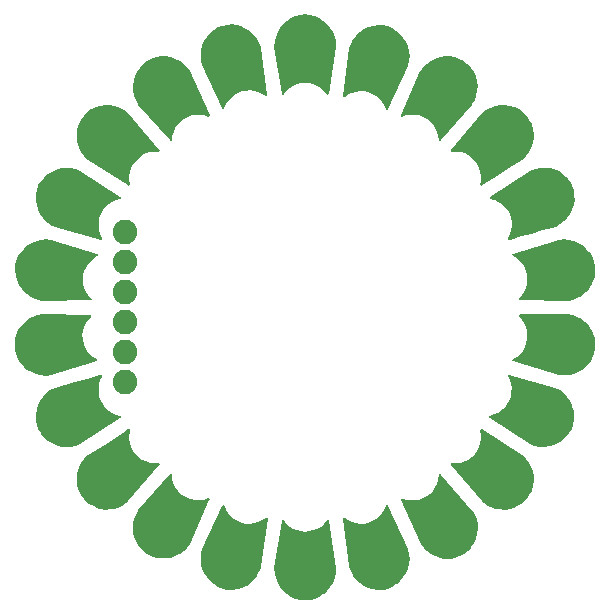
<source format=gbr>
G04 EAGLE Gerber RS-274X export*
G75*
%MOMM*%
%FSLAX34Y34*%
%LPD*%
%INSoldermask Bottom*%
%IPPOS*%
%AMOC8*
5,1,8,0,0,1.08239X$1,22.5*%
G01*
%ADD10C,4.267200*%
%ADD11C,2.082800*%

G36*
X69336Y167414D02*
X69336Y167414D01*
X69473Y167428D01*
X69475Y167429D01*
X69477Y167429D01*
X69610Y167483D01*
X69737Y167534D01*
X69739Y167535D01*
X69741Y167535D01*
X69853Y167623D01*
X69962Y167708D01*
X69963Y167710D01*
X69964Y167711D01*
X69975Y167726D01*
X70129Y167938D01*
X70139Y167967D01*
X70154Y167988D01*
X87139Y204696D01*
X87178Y204823D01*
X87207Y204896D01*
X88102Y208796D01*
X88105Y208828D01*
X88114Y208856D01*
X88115Y208912D01*
X88125Y208954D01*
X88399Y212947D01*
X88392Y213040D01*
X88397Y213106D01*
X88043Y217092D01*
X88022Y217183D01*
X88017Y217249D01*
X87043Y221131D01*
X87008Y221218D01*
X86992Y221282D01*
X85424Y224964D01*
X85375Y225044D01*
X85350Y225105D01*
X83225Y228497D01*
X83164Y228568D01*
X83130Y228624D01*
X80500Y231641D01*
X80429Y231703D01*
X80386Y231753D01*
X77317Y234321D01*
X77238Y234371D01*
X77187Y234414D01*
X73754Y236471D01*
X73668Y236507D01*
X73612Y236541D01*
X69899Y238036D01*
X69780Y238065D01*
X69708Y238092D01*
X65775Y238833D01*
X65682Y238837D01*
X65617Y238850D01*
X61616Y238967D01*
X61523Y238957D01*
X61457Y238959D01*
X57488Y238449D01*
X57398Y238424D01*
X57332Y238417D01*
X53491Y237292D01*
X53406Y237253D01*
X53342Y237235D01*
X49725Y235523D01*
X49647Y235472D01*
X49586Y235444D01*
X46281Y233187D01*
X46212Y233124D01*
X46157Y233088D01*
X43245Y230342D01*
X43187Y230269D01*
X43138Y230224D01*
X40692Y227056D01*
X40646Y226975D01*
X40605Y226923D01*
X38685Y223412D01*
X38652Y223324D01*
X38619Y223266D01*
X37272Y219498D01*
X37252Y219402D01*
X37234Y219345D01*
X37233Y219331D01*
X37222Y219293D01*
X31754Y179217D01*
X31754Y179215D01*
X31753Y179213D01*
X31754Y179074D01*
X31755Y178933D01*
X31756Y178931D01*
X31756Y178929D01*
X31796Y178794D01*
X31835Y178660D01*
X31836Y178658D01*
X31837Y178656D01*
X31914Y178536D01*
X31988Y178420D01*
X31989Y178419D01*
X31990Y178417D01*
X32098Y178323D01*
X32201Y178232D01*
X32203Y178231D01*
X32204Y178230D01*
X32332Y178170D01*
X32458Y178110D01*
X32460Y178110D01*
X32462Y178109D01*
X32598Y178088D01*
X32739Y178065D01*
X32741Y178065D01*
X32742Y178065D01*
X32884Y178082D01*
X33021Y178099D01*
X33023Y178099D01*
X33025Y178100D01*
X33042Y178107D01*
X33283Y178209D01*
X33307Y178229D01*
X33330Y178240D01*
X36331Y180276D01*
X39544Y181773D01*
X42955Y182739D01*
X46476Y183148D01*
X50018Y182991D01*
X53489Y182272D01*
X56801Y181008D01*
X59869Y179232D01*
X62615Y176990D01*
X64968Y174338D01*
X66868Y171346D01*
X68299Y168014D01*
X68300Y168012D01*
X68301Y168010D01*
X68375Y167890D01*
X68447Y167771D01*
X68449Y167769D01*
X68450Y167768D01*
X68553Y167673D01*
X68656Y167578D01*
X68658Y167577D01*
X68659Y167576D01*
X68784Y167514D01*
X68911Y167451D01*
X68913Y167451D01*
X68914Y167450D01*
X69054Y167425D01*
X69190Y167400D01*
X69192Y167400D01*
X69194Y167400D01*
X69336Y167414D01*
G37*
G36*
X4082Y-247618D02*
X4082Y-247618D01*
X4173Y-247596D01*
X4239Y-247590D01*
X8112Y-246580D01*
X8198Y-246544D01*
X8262Y-246527D01*
X11929Y-244924D01*
X12009Y-244874D01*
X12069Y-244848D01*
X15440Y-242691D01*
X15511Y-242630D01*
X15567Y-242595D01*
X18559Y-239936D01*
X18619Y-239865D01*
X18669Y-239821D01*
X21208Y-236728D01*
X21257Y-236648D01*
X21299Y-236597D01*
X23323Y-233144D01*
X23359Y-233058D01*
X23393Y-233001D01*
X24852Y-229274D01*
X24873Y-229183D01*
X24898Y-229122D01*
X25756Y-225213D01*
X25763Y-225120D01*
X25778Y-225055D01*
X26014Y-221060D01*
X26003Y-220928D01*
X26004Y-220849D01*
X20004Y-180849D01*
X20003Y-180848D01*
X20003Y-180846D01*
X19964Y-180715D01*
X19960Y-180703D01*
X19938Y-180617D01*
X19932Y-180607D01*
X19923Y-180577D01*
X19922Y-180575D01*
X19921Y-180573D01*
X19845Y-180456D01*
X19802Y-180389D01*
X19793Y-180373D01*
X19791Y-180371D01*
X19769Y-180338D01*
X19768Y-180336D01*
X19767Y-180335D01*
X19660Y-180242D01*
X19556Y-180150D01*
X19554Y-180149D01*
X19552Y-180148D01*
X19424Y-180089D01*
X19298Y-180030D01*
X19296Y-180029D01*
X19295Y-180028D01*
X19155Y-180007D01*
X19017Y-179985D01*
X19016Y-179985D01*
X19014Y-179985D01*
X18877Y-180002D01*
X18735Y-180020D01*
X18734Y-180021D01*
X18732Y-180021D01*
X18607Y-180075D01*
X18474Y-180132D01*
X18472Y-180133D01*
X18471Y-180134D01*
X18458Y-180145D01*
X18452Y-180149D01*
X18452Y-180150D01*
X18448Y-180153D01*
X18254Y-180312D01*
X18244Y-180325D01*
X18235Y-180333D01*
X18227Y-180345D01*
X18217Y-180354D01*
X15908Y-183150D01*
X13244Y-185489D01*
X10242Y-187373D01*
X6977Y-188755D01*
X3534Y-189598D01*
X0Y-189882D01*
X-3534Y-189598D01*
X-6977Y-188755D01*
X-10242Y-187373D01*
X-13244Y-185489D01*
X-15908Y-183150D01*
X-18217Y-180354D01*
X-18219Y-180352D01*
X-18220Y-180351D01*
X-18324Y-180256D01*
X-18396Y-180190D01*
X-18409Y-180178D01*
X-18427Y-180162D01*
X-18429Y-180161D01*
X-18430Y-180160D01*
X-18560Y-180096D01*
X-18682Y-180036D01*
X-18684Y-180036D01*
X-18685Y-180035D01*
X-18826Y-180010D01*
X-18962Y-179985D01*
X-18964Y-179986D01*
X-18965Y-179985D01*
X-19102Y-180000D01*
X-19244Y-180015D01*
X-19246Y-180015D01*
X-19248Y-180016D01*
X-19376Y-180068D01*
X-19508Y-180121D01*
X-19510Y-180122D01*
X-19511Y-180123D01*
X-19619Y-180208D01*
X-19732Y-180296D01*
X-19733Y-180298D01*
X-19734Y-180299D01*
X-19759Y-180333D01*
X-19763Y-180339D01*
X-19815Y-180412D01*
X-19898Y-180527D01*
X-19899Y-180529D01*
X-19900Y-180530D01*
X-19906Y-180547D01*
X-19910Y-180560D01*
X-19917Y-180570D01*
X-19940Y-180644D01*
X-19994Y-180794D01*
X-19996Y-180819D01*
X-20003Y-180841D01*
X-20003Y-180845D01*
X-20004Y-180849D01*
X-26004Y-220849D01*
X-26005Y-220982D01*
X-26013Y-221060D01*
X-25777Y-225055D01*
X-25759Y-225147D01*
X-25756Y-225213D01*
X-24898Y-229122D01*
X-24865Y-229210D01*
X-24851Y-229274D01*
X-23392Y-233001D01*
X-23347Y-233082D01*
X-23323Y-233144D01*
X-21299Y-236597D01*
X-21241Y-236670D01*
X-21208Y-236728D01*
X-18669Y-239821D01*
X-18600Y-239885D01*
X-18559Y-239936D01*
X-15567Y-242594D01*
X-15489Y-242646D01*
X-15440Y-242691D01*
X-12069Y-244848D01*
X-11984Y-244887D01*
X-11929Y-244923D01*
X-8262Y-246527D01*
X-8172Y-246552D01*
X-8112Y-246579D01*
X-4239Y-247590D01*
X-4146Y-247601D01*
X-4082Y-247618D01*
X-100Y-248010D01*
X23Y-248005D01*
X100Y-248010D01*
X4082Y-247618D01*
G37*
G36*
X-69302Y168017D02*
X-69302Y168017D01*
X-69164Y168035D01*
X-69162Y168036D01*
X-69160Y168036D01*
X-69029Y168093D01*
X-68903Y168148D01*
X-68902Y168149D01*
X-68900Y168150D01*
X-68791Y168240D01*
X-68684Y168329D01*
X-68683Y168330D01*
X-68681Y168331D01*
X-68671Y168347D01*
X-68523Y168563D01*
X-68513Y168592D01*
X-68499Y168614D01*
X-67068Y171946D01*
X-65168Y174938D01*
X-62815Y177590D01*
X-60069Y179832D01*
X-57001Y181608D01*
X-53689Y182872D01*
X-50218Y183591D01*
X-46676Y183748D01*
X-43155Y183339D01*
X-39744Y182373D01*
X-36531Y180876D01*
X-33530Y178840D01*
X-33528Y178839D01*
X-33527Y178837D01*
X-33399Y178775D01*
X-33274Y178714D01*
X-33273Y178714D01*
X-33271Y178713D01*
X-33132Y178689D01*
X-32994Y178665D01*
X-32993Y178665D01*
X-32991Y178665D01*
X-32854Y178680D01*
X-32712Y178695D01*
X-32710Y178696D01*
X-32708Y178696D01*
X-32581Y178748D01*
X-32449Y178802D01*
X-32447Y178804D01*
X-32445Y178804D01*
X-32337Y178890D01*
X-32225Y178979D01*
X-32224Y178980D01*
X-32223Y178981D01*
X-32142Y179096D01*
X-32060Y179210D01*
X-32059Y179211D01*
X-32058Y179213D01*
X-32012Y179345D01*
X-31965Y179478D01*
X-31965Y179480D01*
X-31964Y179481D01*
X-31963Y179499D01*
X-31948Y179761D01*
X-31955Y179792D01*
X-31954Y179817D01*
X-37422Y219893D01*
X-37458Y220021D01*
X-37472Y220098D01*
X-38819Y223866D01*
X-38863Y223949D01*
X-38885Y224011D01*
X-40805Y227523D01*
X-40861Y227597D01*
X-40892Y227656D01*
X-43339Y230823D01*
X-43406Y230889D01*
X-43446Y230941D01*
X-46357Y233687D01*
X-46434Y233741D01*
X-46481Y233787D01*
X-49787Y236044D01*
X-49871Y236085D01*
X-49925Y236123D01*
X-53542Y237835D01*
X-53632Y237862D01*
X-53691Y237891D01*
X-57532Y239016D01*
X-57624Y239030D01*
X-57688Y239049D01*
X-61657Y239559D01*
X-61751Y239558D01*
X-61816Y239567D01*
X-65817Y239450D01*
X-65909Y239434D01*
X-65975Y239433D01*
X-69908Y238692D01*
X-70024Y238652D01*
X-70099Y238636D01*
X-73812Y237142D01*
X-73893Y237095D01*
X-73954Y237071D01*
X-77388Y235014D01*
X-77460Y234955D01*
X-77517Y234922D01*
X-80587Y232353D01*
X-80649Y232284D01*
X-80700Y232242D01*
X-83330Y229225D01*
X-83381Y229146D01*
X-83425Y229097D01*
X-85550Y225706D01*
X-85588Y225620D01*
X-85624Y225564D01*
X-87193Y221882D01*
X-87217Y221792D01*
X-87244Y221731D01*
X-88217Y217849D01*
X-88227Y217757D01*
X-88244Y217692D01*
X-88598Y213706D01*
X-88593Y213613D01*
X-88599Y213547D01*
X-88326Y209554D01*
X-88321Y209531D01*
X-88321Y209508D01*
X-88305Y209446D01*
X-88302Y209396D01*
X-87407Y205496D01*
X-87360Y205372D01*
X-87339Y205296D01*
X-70354Y168588D01*
X-70353Y168586D01*
X-70352Y168585D01*
X-70277Y168469D01*
X-70199Y168349D01*
X-70198Y168348D01*
X-70197Y168346D01*
X-70091Y168255D01*
X-69985Y168163D01*
X-69983Y168162D01*
X-69982Y168161D01*
X-69853Y168101D01*
X-69727Y168043D01*
X-69725Y168043D01*
X-69723Y168042D01*
X-69585Y168021D01*
X-69446Y167999D01*
X-69444Y167999D01*
X-69442Y167999D01*
X-69302Y168017D01*
G37*
G36*
X-18877Y180002D02*
X-18877Y180002D01*
X-18735Y180020D01*
X-18734Y180021D01*
X-18732Y180021D01*
X-18607Y180075D01*
X-18474Y180132D01*
X-18472Y180133D01*
X-18471Y180134D01*
X-18458Y180145D01*
X-18254Y180312D01*
X-18236Y180337D01*
X-18217Y180354D01*
X-15908Y183150D01*
X-13244Y185489D01*
X-10242Y187373D01*
X-6977Y188755D01*
X-3534Y189598D01*
X0Y189882D01*
X3534Y189598D01*
X6977Y188755D01*
X10242Y187373D01*
X13244Y185489D01*
X15908Y183150D01*
X18217Y180354D01*
X18219Y180352D01*
X18220Y180351D01*
X18324Y180256D01*
X18427Y180162D01*
X18429Y180161D01*
X18430Y180160D01*
X18560Y180096D01*
X18682Y180036D01*
X18684Y180036D01*
X18685Y180035D01*
X18826Y180010D01*
X18962Y179985D01*
X18964Y179986D01*
X18965Y179985D01*
X19102Y180000D01*
X19244Y180015D01*
X19246Y180015D01*
X19248Y180016D01*
X19376Y180068D01*
X19508Y180121D01*
X19510Y180122D01*
X19511Y180123D01*
X19619Y180208D01*
X19732Y180296D01*
X19733Y180298D01*
X19734Y180299D01*
X19815Y180412D01*
X19898Y180527D01*
X19899Y180529D01*
X19900Y180530D01*
X19906Y180547D01*
X19994Y180794D01*
X19996Y180825D01*
X20004Y180849D01*
X26004Y220849D01*
X26005Y220982D01*
X26013Y221060D01*
X25777Y225055D01*
X25759Y225147D01*
X25756Y225213D01*
X24898Y229122D01*
X24865Y229210D01*
X24851Y229274D01*
X23392Y233001D01*
X23347Y233082D01*
X23323Y233144D01*
X21299Y236597D01*
X21241Y236670D01*
X21208Y236728D01*
X18669Y239821D01*
X18600Y239885D01*
X18559Y239936D01*
X15567Y242594D01*
X15489Y242646D01*
X15440Y242691D01*
X12069Y244848D01*
X11984Y244887D01*
X11929Y244923D01*
X8262Y246527D01*
X8172Y246552D01*
X8112Y246579D01*
X4239Y247590D01*
X4146Y247601D01*
X4082Y247618D01*
X100Y248010D01*
X9Y248007D01*
X-43Y248007D01*
X-100Y248010D01*
X-4082Y247618D01*
X-4173Y247596D01*
X-4239Y247590D01*
X-8112Y246580D01*
X-8198Y246544D01*
X-8262Y246527D01*
X-11929Y244924D01*
X-12009Y244874D01*
X-12069Y244848D01*
X-15440Y242691D01*
X-15511Y242630D01*
X-15567Y242595D01*
X-18559Y239936D01*
X-18619Y239865D01*
X-18669Y239821D01*
X-21208Y236728D01*
X-21257Y236648D01*
X-21299Y236597D01*
X-23323Y233144D01*
X-23359Y233058D01*
X-23393Y233001D01*
X-24852Y229274D01*
X-24873Y229183D01*
X-24898Y229122D01*
X-25756Y225213D01*
X-25763Y225120D01*
X-25778Y225055D01*
X-26014Y221060D01*
X-26003Y220928D01*
X-26004Y220849D01*
X-20004Y180849D01*
X-20003Y180848D01*
X-20003Y180846D01*
X-19964Y180715D01*
X-19923Y180577D01*
X-19922Y180575D01*
X-19921Y180573D01*
X-19845Y180456D01*
X-19769Y180338D01*
X-19768Y180336D01*
X-19767Y180335D01*
X-19660Y180242D01*
X-19556Y180150D01*
X-19554Y180149D01*
X-19552Y180148D01*
X-19424Y180089D01*
X-19298Y180030D01*
X-19296Y180029D01*
X-19295Y180028D01*
X-19155Y180007D01*
X-19017Y179985D01*
X-19016Y179985D01*
X-19014Y179985D01*
X-18877Y180002D01*
G37*
G36*
X-61523Y-238957D02*
X-61523Y-238957D01*
X-61457Y-238959D01*
X-57488Y-238449D01*
X-57398Y-238424D01*
X-57332Y-238417D01*
X-53491Y-237292D01*
X-53406Y-237253D01*
X-53342Y-237235D01*
X-49725Y-235523D01*
X-49647Y-235472D01*
X-49586Y-235444D01*
X-46281Y-233187D01*
X-46212Y-233124D01*
X-46157Y-233088D01*
X-43245Y-230342D01*
X-43187Y-230269D01*
X-43138Y-230224D01*
X-40692Y-227056D01*
X-40646Y-226975D01*
X-40605Y-226923D01*
X-38685Y-223412D01*
X-38652Y-223324D01*
X-38619Y-223266D01*
X-37272Y-219498D01*
X-37245Y-219368D01*
X-37222Y-219293D01*
X-31754Y-179217D01*
X-31754Y-179215D01*
X-31753Y-179213D01*
X-31754Y-179074D01*
X-31755Y-178933D01*
X-31756Y-178931D01*
X-31756Y-178929D01*
X-31796Y-178794D01*
X-31835Y-178660D01*
X-31836Y-178658D01*
X-31837Y-178656D01*
X-31914Y-178536D01*
X-31988Y-178420D01*
X-31989Y-178419D01*
X-31990Y-178417D01*
X-32098Y-178323D01*
X-32201Y-178232D01*
X-32203Y-178231D01*
X-32204Y-178230D01*
X-32332Y-178170D01*
X-32458Y-178110D01*
X-32460Y-178110D01*
X-32462Y-178109D01*
X-32598Y-178088D01*
X-32739Y-178065D01*
X-32741Y-178065D01*
X-32742Y-178065D01*
X-32884Y-178082D01*
X-33021Y-178099D01*
X-33023Y-178099D01*
X-33025Y-178100D01*
X-33042Y-178107D01*
X-33283Y-178209D01*
X-33307Y-178229D01*
X-33330Y-178240D01*
X-36331Y-180276D01*
X-39544Y-181773D01*
X-42955Y-182739D01*
X-46476Y-183148D01*
X-50018Y-182991D01*
X-53489Y-182272D01*
X-56801Y-181008D01*
X-59869Y-179232D01*
X-62615Y-176990D01*
X-64968Y-174338D01*
X-66868Y-171346D01*
X-68299Y-168014D01*
X-68300Y-168012D01*
X-68301Y-168010D01*
X-68375Y-167890D01*
X-68447Y-167771D01*
X-68449Y-167769D01*
X-68450Y-167768D01*
X-68553Y-167673D01*
X-68656Y-167578D01*
X-68658Y-167577D01*
X-68659Y-167576D01*
X-68784Y-167514D01*
X-68911Y-167451D01*
X-68913Y-167451D01*
X-68914Y-167450D01*
X-69054Y-167425D01*
X-69190Y-167400D01*
X-69192Y-167400D01*
X-69194Y-167400D01*
X-69336Y-167414D01*
X-69473Y-167428D01*
X-69475Y-167429D01*
X-69477Y-167429D01*
X-69610Y-167483D01*
X-69737Y-167534D01*
X-69739Y-167535D01*
X-69741Y-167535D01*
X-69853Y-167623D01*
X-69962Y-167708D01*
X-69963Y-167710D01*
X-69964Y-167711D01*
X-69975Y-167726D01*
X-70129Y-167938D01*
X-70139Y-167967D01*
X-70154Y-167988D01*
X-87139Y-204696D01*
X-87178Y-204823D01*
X-87207Y-204896D01*
X-88102Y-208796D01*
X-88110Y-208890D01*
X-88125Y-208954D01*
X-88399Y-212947D01*
X-88392Y-213040D01*
X-88397Y-213106D01*
X-88043Y-217092D01*
X-88022Y-217183D01*
X-88017Y-217249D01*
X-87043Y-221131D01*
X-87008Y-221218D01*
X-86992Y-221282D01*
X-85424Y-224964D01*
X-85375Y-225044D01*
X-85350Y-225105D01*
X-83225Y-228497D01*
X-83164Y-228568D01*
X-83130Y-228624D01*
X-80500Y-231641D01*
X-80429Y-231703D01*
X-80386Y-231753D01*
X-77317Y-234321D01*
X-77238Y-234371D01*
X-77187Y-234414D01*
X-73754Y-236471D01*
X-73668Y-236507D01*
X-73612Y-236541D01*
X-69899Y-238036D01*
X-69780Y-238065D01*
X-69708Y-238092D01*
X-65775Y-238833D01*
X-65682Y-238837D01*
X-65617Y-238850D01*
X-61616Y-238967D01*
X-61523Y-238957D01*
G37*
G36*
X65617Y-238850D02*
X65617Y-238850D01*
X65709Y-238834D01*
X65775Y-238833D01*
X69708Y-238092D01*
X69824Y-238052D01*
X69899Y-238036D01*
X73612Y-236542D01*
X73693Y-236495D01*
X73754Y-236471D01*
X77188Y-234414D01*
X77260Y-234355D01*
X77317Y-234322D01*
X80387Y-231753D01*
X80449Y-231684D01*
X80500Y-231642D01*
X83130Y-228625D01*
X83181Y-228546D01*
X83225Y-228497D01*
X85350Y-225106D01*
X85388Y-225020D01*
X85424Y-224964D01*
X86993Y-221282D01*
X87017Y-221192D01*
X87044Y-221131D01*
X88017Y-217249D01*
X88027Y-217157D01*
X88044Y-217092D01*
X88398Y-213106D01*
X88393Y-213013D01*
X88399Y-212947D01*
X88126Y-208954D01*
X88106Y-208862D01*
X88102Y-208796D01*
X87207Y-204896D01*
X87160Y-204772D01*
X87139Y-204696D01*
X70154Y-167988D01*
X70153Y-167986D01*
X70152Y-167985D01*
X70077Y-167869D01*
X69999Y-167749D01*
X69998Y-167748D01*
X69997Y-167746D01*
X69891Y-167655D01*
X69785Y-167563D01*
X69783Y-167562D01*
X69782Y-167561D01*
X69653Y-167501D01*
X69527Y-167443D01*
X69525Y-167443D01*
X69523Y-167442D01*
X69385Y-167421D01*
X69246Y-167399D01*
X69244Y-167399D01*
X69242Y-167399D01*
X69102Y-167417D01*
X68964Y-167435D01*
X68962Y-167436D01*
X68960Y-167436D01*
X68829Y-167493D01*
X68703Y-167548D01*
X68702Y-167549D01*
X68700Y-167550D01*
X68591Y-167640D01*
X68484Y-167729D01*
X68483Y-167730D01*
X68481Y-167731D01*
X68471Y-167747D01*
X68323Y-167963D01*
X68313Y-167992D01*
X68299Y-168014D01*
X66868Y-171346D01*
X64968Y-174338D01*
X62615Y-176990D01*
X59869Y-179232D01*
X56801Y-181008D01*
X53489Y-182272D01*
X50018Y-182991D01*
X46476Y-183148D01*
X42955Y-182739D01*
X39544Y-181773D01*
X36331Y-180276D01*
X33330Y-178240D01*
X33328Y-178239D01*
X33327Y-178237D01*
X33200Y-178176D01*
X33074Y-178114D01*
X33073Y-178114D01*
X33071Y-178113D01*
X32932Y-178089D01*
X32794Y-178065D01*
X32793Y-178065D01*
X32791Y-178065D01*
X32654Y-178080D01*
X32512Y-178095D01*
X32510Y-178096D01*
X32508Y-178096D01*
X32381Y-178148D01*
X32249Y-178202D01*
X32247Y-178204D01*
X32245Y-178204D01*
X32137Y-178290D01*
X32025Y-178379D01*
X32024Y-178380D01*
X32023Y-178381D01*
X31942Y-178496D01*
X31860Y-178610D01*
X31859Y-178611D01*
X31858Y-178613D01*
X31812Y-178745D01*
X31765Y-178878D01*
X31765Y-178880D01*
X31764Y-178881D01*
X31763Y-178899D01*
X31748Y-179161D01*
X31755Y-179192D01*
X31754Y-179217D01*
X37222Y-219293D01*
X37258Y-219421D01*
X37272Y-219498D01*
X38619Y-223266D01*
X38663Y-223349D01*
X38685Y-223411D01*
X40605Y-226923D01*
X40661Y-226997D01*
X40692Y-227056D01*
X43139Y-230223D01*
X43206Y-230289D01*
X43246Y-230341D01*
X46157Y-233087D01*
X46234Y-233141D01*
X46281Y-233187D01*
X49587Y-235444D01*
X49671Y-235485D01*
X49725Y-235523D01*
X53342Y-237235D01*
X53432Y-237262D01*
X53491Y-237291D01*
X57332Y-238416D01*
X57424Y-238430D01*
X57488Y-238449D01*
X61457Y-238959D01*
X61551Y-238958D01*
X61616Y-238967D01*
X65617Y-238850D01*
G37*
G36*
X-165025Y-171047D02*
X-165025Y-171047D01*
X-164933Y-171031D01*
X-164867Y-171030D01*
X-160932Y-170299D01*
X-160843Y-170270D01*
X-160778Y-170258D01*
X-157006Y-168921D01*
X-156923Y-168877D01*
X-156861Y-168856D01*
X-153344Y-166945D01*
X-153269Y-166889D01*
X-153211Y-166858D01*
X-150037Y-164421D01*
X-149944Y-164326D01*
X-149884Y-164276D01*
X-123578Y-133551D01*
X-123577Y-133549D01*
X-123576Y-133548D01*
X-123503Y-133433D01*
X-123425Y-133311D01*
X-123425Y-133309D01*
X-123424Y-133308D01*
X-123383Y-133169D01*
X-123345Y-133038D01*
X-123345Y-133037D01*
X-123344Y-133035D01*
X-123344Y-132890D01*
X-123343Y-132754D01*
X-123344Y-132752D01*
X-123344Y-132750D01*
X-123383Y-132614D01*
X-123420Y-132481D01*
X-123421Y-132479D01*
X-123422Y-132477D01*
X-123494Y-132362D01*
X-123571Y-132239D01*
X-123572Y-132238D01*
X-123573Y-132236D01*
X-123678Y-132142D01*
X-123782Y-132049D01*
X-123783Y-132048D01*
X-123785Y-132047D01*
X-123911Y-131986D01*
X-124037Y-131924D01*
X-124039Y-131924D01*
X-124041Y-131923D01*
X-124058Y-131921D01*
X-124317Y-131876D01*
X-124348Y-131879D01*
X-124373Y-131876D01*
X-127999Y-131961D01*
X-131511Y-131479D01*
X-134901Y-130443D01*
X-138083Y-128880D01*
X-140975Y-126830D01*
X-143502Y-124345D01*
X-145602Y-121488D01*
X-147219Y-118333D01*
X-148312Y-114961D01*
X-148854Y-111458D01*
X-148830Y-107913D01*
X-148566Y-106346D01*
X-148566Y-106345D01*
X-148396Y-105330D01*
X-148395Y-105330D01*
X-148228Y-104337D01*
X-148228Y-104335D01*
X-148228Y-104333D01*
X-148225Y-104197D01*
X-148221Y-104052D01*
X-148221Y-104051D01*
X-148221Y-104049D01*
X-148257Y-103915D01*
X-148292Y-103777D01*
X-148293Y-103776D01*
X-148294Y-103774D01*
X-148366Y-103654D01*
X-148437Y-103533D01*
X-148439Y-103532D01*
X-148440Y-103530D01*
X-148543Y-103434D01*
X-148645Y-103338D01*
X-148646Y-103337D01*
X-148648Y-103336D01*
X-148776Y-103271D01*
X-148898Y-103209D01*
X-148899Y-103208D01*
X-148901Y-103207D01*
X-149039Y-103181D01*
X-149177Y-103154D01*
X-149179Y-103154D01*
X-149180Y-103154D01*
X-149320Y-103167D01*
X-149460Y-103179D01*
X-149462Y-103180D01*
X-149464Y-103180D01*
X-149480Y-103187D01*
X-149725Y-103282D01*
X-149750Y-103301D01*
X-149773Y-103311D01*
X-154542Y-106334D01*
X-167356Y-114456D01*
X-183935Y-124965D01*
X-184037Y-125051D01*
X-184101Y-125096D01*
X-186966Y-127890D01*
X-187023Y-127964D01*
X-187071Y-128010D01*
X-189464Y-131218D01*
X-189509Y-131300D01*
X-189549Y-131352D01*
X-191410Y-134895D01*
X-191442Y-134983D01*
X-191473Y-135042D01*
X-192758Y-138832D01*
X-192775Y-138924D01*
X-192797Y-138986D01*
X-192887Y-139513D01*
X-193061Y-140528D01*
X-193061Y-140529D01*
X-193235Y-141544D01*
X-193409Y-142559D01*
X-193473Y-142931D01*
X-193476Y-143024D01*
X-193487Y-143090D01*
X-193538Y-147091D01*
X-193526Y-147184D01*
X-193527Y-147250D01*
X-192951Y-151211D01*
X-192925Y-151301D01*
X-192916Y-151366D01*
X-191728Y-155188D01*
X-191695Y-155257D01*
X-191683Y-155301D01*
X-191675Y-155316D01*
X-191669Y-155336D01*
X-189897Y-158924D01*
X-189844Y-159001D01*
X-189816Y-159061D01*
X-187504Y-162329D01*
X-187420Y-162418D01*
X-187374Y-162479D01*
X-184470Y-165233D01*
X-184394Y-165287D01*
X-184346Y-165333D01*
X-181047Y-167598D01*
X-180963Y-167640D01*
X-180909Y-167678D01*
X-177296Y-169399D01*
X-177207Y-169427D01*
X-177147Y-169456D01*
X-173309Y-170591D01*
X-173217Y-170605D01*
X-173153Y-170624D01*
X-169185Y-171145D01*
X-169092Y-171144D01*
X-169026Y-171153D01*
X-165025Y-171047D01*
G37*
G36*
X-172816Y57067D02*
X-172816Y57067D01*
X-172814Y57067D01*
X-172675Y57087D01*
X-172537Y57107D01*
X-172535Y57108D01*
X-172533Y57108D01*
X-172404Y57167D01*
X-172278Y57224D01*
X-172276Y57225D01*
X-172275Y57226D01*
X-172168Y57317D01*
X-172061Y57408D01*
X-172060Y57410D01*
X-172059Y57411D01*
X-171983Y57525D01*
X-171904Y57645D01*
X-171904Y57647D01*
X-171902Y57648D01*
X-171861Y57781D01*
X-171819Y57916D01*
X-171819Y57918D01*
X-171818Y57920D01*
X-171816Y58059D01*
X-171812Y58200D01*
X-171813Y58202D01*
X-171813Y58204D01*
X-171818Y58221D01*
X-171885Y58475D01*
X-171901Y58502D01*
X-171908Y58526D01*
X-173495Y61787D01*
X-174519Y65181D01*
X-174988Y68695D01*
X-174891Y72238D01*
X-174231Y75721D01*
X-173023Y79054D01*
X-171300Y82152D01*
X-169105Y84936D01*
X-166494Y87334D01*
X-163534Y89285D01*
X-160301Y90739D01*
X-156799Y91680D01*
X-156797Y91681D01*
X-156795Y91681D01*
X-156666Y91736D01*
X-156537Y91791D01*
X-156536Y91793D01*
X-156534Y91793D01*
X-156427Y91881D01*
X-156317Y91971D01*
X-156316Y91973D01*
X-156314Y91974D01*
X-156234Y92090D01*
X-156155Y92205D01*
X-156154Y92206D01*
X-156153Y92208D01*
X-156109Y92340D01*
X-156064Y92474D01*
X-156064Y92476D01*
X-156064Y92478D01*
X-156058Y92617D01*
X-156052Y92758D01*
X-156052Y92760D01*
X-156052Y92762D01*
X-156085Y92896D01*
X-156118Y93034D01*
X-156119Y93036D01*
X-156120Y93038D01*
X-156189Y93159D01*
X-156259Y93281D01*
X-156261Y93283D01*
X-156262Y93284D01*
X-156275Y93297D01*
X-156463Y93480D01*
X-156490Y93494D01*
X-156509Y93511D01*
X-190419Y115559D01*
X-190539Y115615D01*
X-190607Y115655D01*
X-194340Y117097D01*
X-194431Y117118D01*
X-194493Y117142D01*
X-198406Y117983D01*
X-198499Y117989D01*
X-198563Y118004D01*
X-202560Y118222D01*
X-202653Y118214D01*
X-202719Y118218D01*
X-206700Y117808D01*
X-206791Y117786D01*
X-206857Y117779D01*
X-210725Y116752D01*
X-210811Y116715D01*
X-210875Y116699D01*
X-214534Y115079D01*
X-214614Y115030D01*
X-214675Y115003D01*
X-218036Y112831D01*
X-218106Y112770D01*
X-218162Y112734D01*
X-221142Y110063D01*
X-221203Y109991D01*
X-221252Y109948D01*
X-223778Y106843D01*
X-223826Y106763D01*
X-223868Y106712D01*
X-225877Y103250D01*
X-225890Y103217D01*
X-225907Y103192D01*
X-225927Y103129D01*
X-225959Y103069D01*
X-227254Y99282D01*
X-227272Y99190D01*
X-227294Y99128D01*
X-227980Y95185D01*
X-227983Y95092D01*
X-227995Y95027D01*
X-228056Y91025D01*
X-228044Y90932D01*
X-228046Y90866D01*
X-227481Y86904D01*
X-227455Y86814D01*
X-227446Y86748D01*
X-226267Y82924D01*
X-226228Y82839D01*
X-226209Y82776D01*
X-224447Y79182D01*
X-224394Y79105D01*
X-224365Y79045D01*
X-222063Y75772D01*
X-222041Y75748D01*
X-222024Y75720D01*
X-221985Y75684D01*
X-221961Y75649D01*
X-219175Y72776D01*
X-219101Y72719D01*
X-219055Y72671D01*
X-215854Y70269D01*
X-215772Y70224D01*
X-215720Y70184D01*
X-212182Y68312D01*
X-212057Y68267D01*
X-211986Y68234D01*
X-173100Y57106D01*
X-173098Y57105D01*
X-173096Y57105D01*
X-172957Y57086D01*
X-172818Y57067D01*
X-172816Y57067D01*
G37*
G36*
X222450Y5729D02*
X222450Y5729D01*
X222529Y5732D01*
X226449Y6535D01*
X226537Y6566D01*
X226602Y6579D01*
X230349Y7986D01*
X230431Y8031D01*
X230493Y8053D01*
X233974Y10029D01*
X234048Y10086D01*
X234106Y10118D01*
X237234Y12614D01*
X237299Y12682D01*
X237351Y12723D01*
X240051Y15677D01*
X240103Y15754D01*
X240149Y15803D01*
X242353Y19143D01*
X242393Y19227D01*
X242430Y19282D01*
X244085Y22926D01*
X244111Y23016D01*
X244139Y23076D01*
X245204Y26934D01*
X245216Y27027D01*
X245234Y27090D01*
X245682Y31067D01*
X245679Y31161D01*
X245687Y31226D01*
X245508Y35224D01*
X245503Y35251D01*
X245503Y35269D01*
X245489Y35323D01*
X245485Y35345D01*
X245479Y35421D01*
X244523Y39308D01*
X244488Y39394D01*
X244473Y39459D01*
X242920Y43148D01*
X242872Y43228D01*
X242847Y43289D01*
X240737Y46690D01*
X240677Y46761D01*
X240642Y46818D01*
X238026Y49847D01*
X237955Y49908D01*
X237913Y49959D01*
X234855Y52540D01*
X234776Y52590D01*
X234725Y52633D01*
X231301Y54705D01*
X231215Y54742D01*
X231159Y54777D01*
X227453Y56287D01*
X227362Y56310D01*
X227301Y56336D01*
X223404Y57248D01*
X223311Y57257D01*
X223247Y57272D01*
X219255Y57564D01*
X219162Y57558D01*
X219096Y57563D01*
X215108Y57227D01*
X214979Y57197D01*
X214901Y57187D01*
X176166Y45543D01*
X176164Y45543D01*
X176162Y45542D01*
X176037Y45484D01*
X175908Y45424D01*
X175906Y45423D01*
X175905Y45422D01*
X175799Y45330D01*
X175693Y45238D01*
X175692Y45237D01*
X175690Y45235D01*
X175613Y45116D01*
X175538Y45000D01*
X175537Y44998D01*
X175536Y44996D01*
X175495Y44859D01*
X175455Y44728D01*
X175455Y44726D01*
X175454Y44724D01*
X175453Y44584D01*
X175451Y44444D01*
X175451Y44442D01*
X175451Y44440D01*
X175488Y44306D01*
X175526Y44169D01*
X175527Y44168D01*
X175527Y44166D01*
X175598Y44050D01*
X175674Y43927D01*
X175675Y43925D01*
X175676Y43924D01*
X175689Y43913D01*
X175883Y43734D01*
X175911Y43721D01*
X175930Y43704D01*
X179027Y41818D01*
X181722Y39515D01*
X184016Y36811D01*
X185848Y33777D01*
X187174Y30489D01*
X187959Y27032D01*
X188182Y23494D01*
X187839Y19966D01*
X186937Y16537D01*
X185500Y13297D01*
X183565Y10326D01*
X181127Y7642D01*
X181125Y7641D01*
X181124Y7639D01*
X181046Y7523D01*
X180967Y7407D01*
X180966Y7405D01*
X180965Y7404D01*
X180922Y7271D01*
X180878Y7137D01*
X180878Y7135D01*
X180878Y7133D01*
X180873Y6993D01*
X180868Y6853D01*
X180869Y6851D01*
X180869Y6849D01*
X180903Y6714D01*
X180938Y6577D01*
X180939Y6575D01*
X180939Y6574D01*
X181008Y6457D01*
X181080Y6331D01*
X181082Y6330D01*
X181083Y6328D01*
X181181Y6235D01*
X181286Y6135D01*
X181288Y6134D01*
X181289Y6133D01*
X181414Y6068D01*
X181538Y6003D01*
X181540Y6003D01*
X181541Y6002D01*
X181559Y5999D01*
X181816Y5946D01*
X181847Y5949D01*
X181872Y5944D01*
X222319Y5711D01*
X222450Y5729D01*
G37*
G36*
X149320Y103167D02*
X149320Y103167D01*
X149460Y103179D01*
X149462Y103180D01*
X149464Y103180D01*
X149480Y103187D01*
X149725Y103282D01*
X149750Y103301D01*
X149773Y103311D01*
X162584Y111431D01*
X175397Y119553D01*
X183935Y124965D01*
X184037Y125051D01*
X184101Y125096D01*
X186966Y127890D01*
X187023Y127964D01*
X187071Y128010D01*
X189464Y131218D01*
X189509Y131300D01*
X189549Y131352D01*
X191410Y134895D01*
X191442Y134983D01*
X191473Y135042D01*
X192758Y138832D01*
X192775Y138924D01*
X192797Y138986D01*
X192891Y139534D01*
X193065Y140549D01*
X193239Y141564D01*
X193239Y141565D01*
X193413Y142580D01*
X193473Y142931D01*
X193476Y143024D01*
X193487Y143090D01*
X193538Y147091D01*
X193526Y147184D01*
X193527Y147250D01*
X192951Y151211D01*
X192925Y151301D01*
X192916Y151366D01*
X191728Y155188D01*
X191688Y155272D01*
X191675Y155313D01*
X191673Y155322D01*
X191672Y155323D01*
X191669Y155336D01*
X189897Y158924D01*
X189844Y159001D01*
X189816Y159061D01*
X187504Y162329D01*
X187420Y162418D01*
X187374Y162479D01*
X184470Y165233D01*
X184394Y165287D01*
X184346Y165333D01*
X181047Y167598D01*
X180963Y167640D01*
X180909Y167678D01*
X177296Y169399D01*
X177207Y169427D01*
X177147Y169456D01*
X173309Y170591D01*
X173217Y170605D01*
X173153Y170624D01*
X169185Y171145D01*
X169092Y171144D01*
X169026Y171153D01*
X165025Y171047D01*
X164933Y171031D01*
X164867Y171030D01*
X160932Y170299D01*
X160843Y170270D01*
X160778Y170258D01*
X157006Y168921D01*
X156923Y168877D01*
X156861Y168856D01*
X153344Y166945D01*
X153269Y166889D01*
X153211Y166858D01*
X150037Y164421D01*
X149944Y164326D01*
X149884Y164276D01*
X123578Y133551D01*
X123577Y133549D01*
X123576Y133548D01*
X123500Y133428D01*
X123425Y133311D01*
X123425Y133309D01*
X123424Y133308D01*
X123383Y133169D01*
X123345Y133038D01*
X123345Y133037D01*
X123344Y133035D01*
X123344Y132890D01*
X123343Y132754D01*
X123344Y132752D01*
X123344Y132750D01*
X123383Y132614D01*
X123420Y132481D01*
X123421Y132479D01*
X123422Y132477D01*
X123496Y132359D01*
X123571Y132239D01*
X123572Y132238D01*
X123573Y132236D01*
X123678Y132142D01*
X123782Y132049D01*
X123783Y132048D01*
X123785Y132047D01*
X123911Y131986D01*
X124037Y131924D01*
X124039Y131924D01*
X124041Y131923D01*
X124058Y131921D01*
X124317Y131876D01*
X124348Y131879D01*
X124373Y131876D01*
X127999Y131961D01*
X131511Y131479D01*
X134901Y130443D01*
X138083Y128880D01*
X140975Y126830D01*
X143502Y124345D01*
X145602Y121488D01*
X147219Y118333D01*
X148312Y114961D01*
X148854Y111458D01*
X148830Y107913D01*
X148741Y107382D01*
X148570Y106367D01*
X148570Y106366D01*
X148399Y105351D01*
X148228Y104337D01*
X148228Y104335D01*
X148228Y104333D01*
X148225Y104197D01*
X148221Y104052D01*
X148221Y104051D01*
X148221Y104049D01*
X148257Y103915D01*
X148292Y103777D01*
X148293Y103776D01*
X148294Y103774D01*
X148366Y103654D01*
X148437Y103533D01*
X148439Y103532D01*
X148440Y103530D01*
X148543Y103434D01*
X148645Y103338D01*
X148646Y103337D01*
X148648Y103336D01*
X148776Y103271D01*
X148898Y103209D01*
X148899Y103208D01*
X148901Y103207D01*
X149039Y103181D01*
X149177Y103154D01*
X149179Y103154D01*
X149180Y103154D01*
X149320Y103167D01*
G37*
G36*
X-219562Y-57658D02*
X-219562Y-57658D01*
X-219496Y-57663D01*
X-215508Y-57327D01*
X-215379Y-57297D01*
X-215301Y-57287D01*
X-176566Y-45643D01*
X-176564Y-45643D01*
X-176562Y-45642D01*
X-176437Y-45584D01*
X-176308Y-45524D01*
X-176306Y-45523D01*
X-176305Y-45522D01*
X-176199Y-45430D01*
X-176093Y-45338D01*
X-176092Y-45337D01*
X-176090Y-45335D01*
X-176013Y-45216D01*
X-175938Y-45100D01*
X-175937Y-45098D01*
X-175936Y-45096D01*
X-175895Y-44959D01*
X-175855Y-44828D01*
X-175855Y-44826D01*
X-175854Y-44824D01*
X-175853Y-44684D01*
X-175851Y-44544D01*
X-175851Y-44542D01*
X-175851Y-44540D01*
X-175887Y-44413D01*
X-175926Y-44269D01*
X-175927Y-44268D01*
X-175927Y-44266D01*
X-175998Y-44150D01*
X-176074Y-44027D01*
X-176075Y-44025D01*
X-176076Y-44024D01*
X-176089Y-44013D01*
X-176283Y-43834D01*
X-176311Y-43821D01*
X-176330Y-43804D01*
X-179427Y-41918D01*
X-182122Y-39615D01*
X-184416Y-36911D01*
X-186248Y-33877D01*
X-187574Y-30589D01*
X-188359Y-27132D01*
X-188582Y-23594D01*
X-188239Y-20066D01*
X-187337Y-16637D01*
X-185900Y-13397D01*
X-183965Y-10426D01*
X-181527Y-7742D01*
X-181525Y-7741D01*
X-181524Y-7739D01*
X-181446Y-7623D01*
X-181367Y-7507D01*
X-181366Y-7505D01*
X-181365Y-7504D01*
X-181322Y-7371D01*
X-181278Y-7237D01*
X-181278Y-7235D01*
X-181278Y-7233D01*
X-181273Y-7093D01*
X-181268Y-6953D01*
X-181269Y-6951D01*
X-181269Y-6949D01*
X-181303Y-6814D01*
X-181338Y-6677D01*
X-181339Y-6675D01*
X-181339Y-6674D01*
X-181408Y-6557D01*
X-181480Y-6431D01*
X-181482Y-6430D01*
X-181483Y-6428D01*
X-181581Y-6335D01*
X-181686Y-6235D01*
X-181688Y-6234D01*
X-181689Y-6233D01*
X-181814Y-6168D01*
X-181938Y-6103D01*
X-181940Y-6103D01*
X-181941Y-6102D01*
X-181959Y-6099D01*
X-182216Y-6046D01*
X-182247Y-6049D01*
X-182272Y-6044D01*
X-222719Y-5811D01*
X-222850Y-5829D01*
X-222929Y-5832D01*
X-226849Y-6635D01*
X-226937Y-6666D01*
X-227002Y-6679D01*
X-230749Y-8086D01*
X-230831Y-8131D01*
X-230893Y-8153D01*
X-234374Y-10129D01*
X-234448Y-10186D01*
X-234506Y-10218D01*
X-237634Y-12714D01*
X-237699Y-12782D01*
X-237751Y-12823D01*
X-240451Y-15777D01*
X-240503Y-15854D01*
X-240549Y-15903D01*
X-242753Y-19243D01*
X-242793Y-19327D01*
X-242830Y-19382D01*
X-244485Y-23026D01*
X-244511Y-23116D01*
X-244539Y-23176D01*
X-245604Y-27034D01*
X-245616Y-27127D01*
X-245634Y-27190D01*
X-246082Y-31167D01*
X-246079Y-31261D01*
X-246087Y-31326D01*
X-245908Y-35324D01*
X-245888Y-35426D01*
X-245889Y-35447D01*
X-245883Y-35471D01*
X-245879Y-35521D01*
X-244923Y-39408D01*
X-244888Y-39494D01*
X-244873Y-39559D01*
X-243320Y-43248D01*
X-243272Y-43328D01*
X-243247Y-43389D01*
X-241137Y-46790D01*
X-241077Y-46861D01*
X-241042Y-46918D01*
X-238426Y-49947D01*
X-238355Y-50008D01*
X-238313Y-50059D01*
X-235255Y-52640D01*
X-235176Y-52690D01*
X-235125Y-52733D01*
X-231701Y-54805D01*
X-231615Y-54842D01*
X-231559Y-54877D01*
X-227853Y-56387D01*
X-227762Y-56410D01*
X-227701Y-56436D01*
X-223804Y-57348D01*
X-223711Y-57357D01*
X-223647Y-57372D01*
X-219655Y-57664D01*
X-219562Y-57658D01*
G37*
G36*
X169119Y-171142D02*
X169119Y-171142D01*
X169185Y-171145D01*
X173153Y-170624D01*
X173243Y-170599D01*
X173309Y-170591D01*
X177147Y-169456D01*
X177232Y-169417D01*
X177296Y-169399D01*
X180909Y-167678D01*
X180986Y-167626D01*
X181047Y-167598D01*
X184346Y-165333D01*
X184415Y-165269D01*
X184470Y-165232D01*
X187374Y-162479D01*
X187451Y-162383D01*
X187504Y-162329D01*
X189816Y-159061D01*
X189858Y-158978D01*
X189897Y-158924D01*
X191669Y-155336D01*
X191698Y-155247D01*
X191728Y-155188D01*
X192916Y-151366D01*
X192931Y-151274D01*
X192952Y-151211D01*
X193528Y-147250D01*
X193528Y-147157D01*
X193538Y-147091D01*
X193488Y-143090D01*
X193473Y-142997D01*
X193473Y-142931D01*
X192797Y-138986D01*
X192769Y-138897D01*
X192758Y-138832D01*
X191474Y-135041D01*
X191431Y-134958D01*
X191411Y-134895D01*
X189549Y-131352D01*
X189494Y-131276D01*
X189464Y-131218D01*
X187071Y-128010D01*
X187005Y-127943D01*
X186966Y-127890D01*
X184101Y-125096D01*
X183994Y-125017D01*
X183935Y-124965D01*
X149773Y-103311D01*
X149771Y-103310D01*
X149770Y-103309D01*
X149645Y-103253D01*
X149514Y-103194D01*
X149512Y-103193D01*
X149510Y-103192D01*
X149373Y-103173D01*
X149232Y-103153D01*
X149231Y-103153D01*
X149229Y-103153D01*
X149091Y-103172D01*
X148951Y-103192D01*
X148949Y-103193D01*
X148947Y-103193D01*
X148819Y-103251D01*
X148691Y-103307D01*
X148690Y-103309D01*
X148688Y-103309D01*
X148578Y-103402D01*
X148474Y-103490D01*
X148472Y-103492D01*
X148471Y-103493D01*
X148391Y-103613D01*
X148315Y-103726D01*
X148315Y-103728D01*
X148314Y-103730D01*
X148270Y-103868D01*
X148229Y-103997D01*
X148229Y-103999D01*
X148228Y-104001D01*
X148228Y-104020D01*
X148220Y-104281D01*
X148228Y-104311D01*
X148228Y-104337D01*
X148830Y-107913D01*
X148854Y-111458D01*
X148312Y-114961D01*
X147219Y-118333D01*
X145602Y-121488D01*
X143502Y-124345D01*
X140975Y-126830D01*
X138083Y-128880D01*
X134901Y-130443D01*
X131511Y-131479D01*
X127999Y-131961D01*
X124373Y-131876D01*
X124371Y-131876D01*
X124369Y-131875D01*
X124231Y-131892D01*
X124091Y-131909D01*
X124089Y-131909D01*
X124087Y-131910D01*
X123959Y-131964D01*
X123829Y-132019D01*
X123827Y-132020D01*
X123826Y-132021D01*
X123714Y-132111D01*
X123608Y-132197D01*
X123606Y-132199D01*
X123605Y-132200D01*
X123523Y-132317D01*
X123444Y-132430D01*
X123444Y-132432D01*
X123443Y-132434D01*
X123398Y-132566D01*
X123352Y-132699D01*
X123352Y-132701D01*
X123351Y-132703D01*
X123345Y-132845D01*
X123338Y-132983D01*
X123339Y-132985D01*
X123339Y-132987D01*
X123371Y-133124D01*
X123403Y-133260D01*
X123404Y-133261D01*
X123405Y-133263D01*
X123414Y-133278D01*
X123543Y-133507D01*
X123565Y-133529D01*
X123578Y-133551D01*
X149884Y-164276D01*
X149983Y-164363D01*
X150037Y-164421D01*
X153211Y-166858D01*
X153277Y-166895D01*
X153290Y-166907D01*
X153310Y-166917D01*
X153344Y-166945D01*
X156861Y-168856D01*
X156948Y-168888D01*
X157006Y-168920D01*
X160778Y-170258D01*
X160870Y-170276D01*
X160932Y-170299D01*
X164867Y-171030D01*
X164960Y-171034D01*
X165025Y-171047D01*
X169026Y-171153D01*
X169119Y-171142D01*
G37*
G36*
X-149091Y103172D02*
X-149091Y103172D01*
X-148951Y103192D01*
X-148949Y103193D01*
X-148947Y103193D01*
X-148819Y103251D01*
X-148691Y103307D01*
X-148690Y103309D01*
X-148688Y103309D01*
X-148578Y103402D01*
X-148474Y103490D01*
X-148472Y103492D01*
X-148471Y103493D01*
X-148391Y103613D01*
X-148315Y103726D01*
X-148315Y103728D01*
X-148314Y103730D01*
X-148270Y103868D01*
X-148229Y103997D01*
X-148229Y103999D01*
X-148228Y104001D01*
X-148228Y104020D01*
X-148220Y104281D01*
X-148228Y104311D01*
X-148228Y104337D01*
X-148830Y107913D01*
X-148854Y111458D01*
X-148312Y114961D01*
X-147219Y118333D01*
X-145602Y121488D01*
X-143502Y124345D01*
X-140975Y126830D01*
X-138083Y128880D01*
X-134901Y130443D01*
X-131511Y131479D01*
X-127999Y131961D01*
X-124373Y131876D01*
X-124371Y131876D01*
X-124369Y131875D01*
X-124231Y131892D01*
X-124091Y131909D01*
X-124089Y131909D01*
X-124087Y131910D01*
X-123961Y131963D01*
X-123829Y132019D01*
X-123827Y132020D01*
X-123826Y132021D01*
X-123714Y132111D01*
X-123608Y132197D01*
X-123606Y132199D01*
X-123605Y132200D01*
X-123523Y132317D01*
X-123444Y132430D01*
X-123444Y132432D01*
X-123443Y132434D01*
X-123399Y132563D01*
X-123352Y132699D01*
X-123352Y132701D01*
X-123351Y132703D01*
X-123345Y132845D01*
X-123338Y132983D01*
X-123339Y132985D01*
X-123339Y132987D01*
X-123371Y133122D01*
X-123403Y133260D01*
X-123404Y133261D01*
X-123405Y133263D01*
X-123414Y133278D01*
X-123543Y133507D01*
X-123565Y133529D01*
X-123578Y133551D01*
X-149884Y164276D01*
X-149983Y164363D01*
X-150037Y164421D01*
X-153211Y166858D01*
X-153292Y166904D01*
X-153344Y166945D01*
X-156861Y168856D01*
X-156948Y168888D01*
X-157006Y168920D01*
X-160778Y170258D01*
X-160870Y170276D01*
X-160932Y170299D01*
X-164867Y171030D01*
X-164960Y171034D01*
X-165025Y171047D01*
X-169026Y171153D01*
X-169119Y171142D01*
X-169185Y171145D01*
X-173153Y170624D01*
X-173243Y170599D01*
X-173309Y170591D01*
X-177147Y169456D01*
X-177232Y169417D01*
X-177296Y169399D01*
X-180909Y167678D01*
X-180986Y167626D01*
X-181047Y167598D01*
X-184346Y165333D01*
X-184415Y165269D01*
X-184470Y165232D01*
X-187374Y162479D01*
X-187451Y162383D01*
X-187504Y162329D01*
X-189816Y159061D01*
X-189858Y158978D01*
X-189897Y158924D01*
X-191669Y155336D01*
X-191698Y155247D01*
X-191728Y155188D01*
X-192916Y151366D01*
X-192931Y151274D01*
X-192952Y151211D01*
X-193528Y147250D01*
X-193528Y147157D01*
X-193538Y147091D01*
X-193488Y143090D01*
X-193473Y142997D01*
X-193473Y142931D01*
X-192797Y138986D01*
X-192769Y138897D01*
X-192758Y138832D01*
X-191474Y135041D01*
X-191431Y134958D01*
X-191411Y134895D01*
X-189549Y131352D01*
X-189494Y131276D01*
X-189464Y131218D01*
X-187071Y128010D01*
X-187005Y127943D01*
X-186966Y127890D01*
X-184101Y125096D01*
X-183994Y125017D01*
X-183935Y124965D01*
X-149773Y103311D01*
X-149771Y103310D01*
X-149770Y103309D01*
X-149645Y103253D01*
X-149514Y103194D01*
X-149512Y103193D01*
X-149510Y103192D01*
X-149373Y103173D01*
X-149232Y103153D01*
X-149231Y103153D01*
X-149229Y103153D01*
X-149091Y103172D01*
G37*
G36*
X-118194Y-212548D02*
X-118194Y-212548D01*
X-118127Y-212548D01*
X-114174Y-211927D01*
X-114084Y-211900D01*
X-114019Y-211890D01*
X-110211Y-210659D01*
X-110127Y-210618D01*
X-110064Y-210598D01*
X-106495Y-208786D01*
X-106418Y-208732D01*
X-106359Y-208703D01*
X-103118Y-206355D01*
X-103051Y-206290D01*
X-102997Y-206252D01*
X-100163Y-203425D01*
X-100107Y-203351D01*
X-100060Y-203304D01*
X-97703Y-200070D01*
X-97640Y-199953D01*
X-97597Y-199888D01*
X-81036Y-162986D01*
X-81036Y-162984D01*
X-81035Y-162982D01*
X-80996Y-162847D01*
X-80957Y-162713D01*
X-80957Y-162711D01*
X-80957Y-162709D01*
X-80957Y-162567D01*
X-80957Y-162428D01*
X-80958Y-162427D01*
X-80958Y-162425D01*
X-80998Y-162287D01*
X-81036Y-162155D01*
X-81037Y-162154D01*
X-81038Y-162152D01*
X-81113Y-162033D01*
X-81187Y-161915D01*
X-81189Y-161913D01*
X-81190Y-161912D01*
X-81295Y-161818D01*
X-81400Y-161725D01*
X-81401Y-161725D01*
X-81403Y-161723D01*
X-81531Y-161662D01*
X-81656Y-161602D01*
X-81658Y-161602D01*
X-81660Y-161601D01*
X-81798Y-161578D01*
X-81936Y-161555D01*
X-81938Y-161555D01*
X-81940Y-161555D01*
X-81958Y-161558D01*
X-82219Y-161588D01*
X-82247Y-161600D01*
X-82272Y-161603D01*
X-85726Y-162709D01*
X-89231Y-163238D01*
X-92776Y-163202D01*
X-96270Y-162601D01*
X-99623Y-161450D01*
X-102750Y-159780D01*
X-105570Y-157632D01*
X-108012Y-155062D01*
X-110013Y-152136D01*
X-111522Y-148928D01*
X-112500Y-145521D01*
X-112932Y-141920D01*
X-112933Y-141918D01*
X-112932Y-141916D01*
X-112969Y-141781D01*
X-113005Y-141645D01*
X-113006Y-141644D01*
X-113007Y-141642D01*
X-113079Y-141522D01*
X-113151Y-141402D01*
X-113153Y-141400D01*
X-113154Y-141399D01*
X-113257Y-141303D01*
X-113360Y-141208D01*
X-113361Y-141207D01*
X-113363Y-141206D01*
X-113486Y-141144D01*
X-113613Y-141080D01*
X-113615Y-141079D01*
X-113617Y-141079D01*
X-113752Y-141054D01*
X-113893Y-141027D01*
X-113895Y-141027D01*
X-113897Y-141027D01*
X-114037Y-141040D01*
X-114176Y-141054D01*
X-114177Y-141054D01*
X-114179Y-141054D01*
X-114311Y-141107D01*
X-114440Y-141158D01*
X-114442Y-141159D01*
X-114444Y-141159D01*
X-114458Y-141171D01*
X-114666Y-141331D01*
X-114684Y-141356D01*
X-114704Y-141372D01*
X-141362Y-171791D01*
X-141435Y-171902D01*
X-141484Y-171963D01*
X-143444Y-175452D01*
X-143478Y-175540D01*
X-143494Y-175569D01*
X-143497Y-175573D01*
X-143497Y-175574D01*
X-143511Y-175597D01*
X-144900Y-179350D01*
X-144920Y-179441D01*
X-144944Y-179503D01*
X-145729Y-183427D01*
X-145735Y-183521D01*
X-145748Y-183586D01*
X-145910Y-187584D01*
X-145901Y-187677D01*
X-145904Y-187744D01*
X-145439Y-191719D01*
X-145415Y-191809D01*
X-145408Y-191875D01*
X-144327Y-195728D01*
X-144289Y-195814D01*
X-144272Y-195878D01*
X-142601Y-199514D01*
X-142551Y-199593D01*
X-142523Y-199653D01*
X-140304Y-202984D01*
X-140277Y-203015D01*
X-140260Y-203044D01*
X-140231Y-203071D01*
X-140206Y-203109D01*
X-137493Y-206052D01*
X-137421Y-206111D01*
X-137376Y-206160D01*
X-134237Y-208642D01*
X-134131Y-208704D01*
X-134069Y-208749D01*
X-130506Y-210571D01*
X-130417Y-210601D01*
X-130359Y-210632D01*
X-126554Y-211874D01*
X-126462Y-211890D01*
X-126399Y-211911D01*
X-122447Y-212542D01*
X-122354Y-212544D01*
X-122288Y-212555D01*
X-118286Y-212560D01*
X-118194Y-212548D01*
G37*
G36*
X172784Y57170D02*
X172784Y57170D01*
X173046Y57192D01*
X173075Y57203D01*
X173100Y57206D01*
X176650Y58222D01*
X180198Y59237D01*
X183745Y60252D01*
X183746Y60252D01*
X187293Y61267D01*
X190841Y62283D01*
X194389Y63298D01*
X197937Y64313D01*
X201484Y65328D01*
X205032Y66344D01*
X208580Y67359D01*
X211986Y68334D01*
X212108Y68388D01*
X212182Y68412D01*
X215719Y70284D01*
X215795Y70339D01*
X215854Y70369D01*
X219055Y72771D01*
X219122Y72837D01*
X219175Y72876D01*
X221961Y75749D01*
X221974Y75767D01*
X221990Y75781D01*
X222027Y75836D01*
X222063Y75872D01*
X224365Y79145D01*
X224408Y79229D01*
X224446Y79282D01*
X226208Y82876D01*
X226237Y82965D01*
X226267Y83024D01*
X227445Y86849D01*
X227460Y86941D01*
X227480Y87004D01*
X228046Y90966D01*
X228046Y91059D01*
X228056Y91125D01*
X227995Y95127D01*
X227980Y95219D01*
X227980Y95285D01*
X227294Y99228D01*
X227265Y99317D01*
X227254Y99382D01*
X225959Y103169D01*
X225936Y103215D01*
X225929Y103244D01*
X225897Y103298D01*
X225877Y103350D01*
X223868Y106812D01*
X223811Y106885D01*
X223778Y106943D01*
X221252Y110048D01*
X221184Y110111D01*
X221142Y110163D01*
X218162Y112835D01*
X218085Y112887D01*
X218036Y112931D01*
X214675Y115104D01*
X214590Y115143D01*
X214535Y115179D01*
X210875Y116799D01*
X210785Y116825D01*
X210725Y116852D01*
X206857Y117880D01*
X206764Y117891D01*
X206700Y117908D01*
X202719Y118318D01*
X202625Y118315D01*
X202560Y118322D01*
X198563Y118104D01*
X198472Y118086D01*
X198406Y118083D01*
X194493Y117243D01*
X194405Y117210D01*
X194340Y117197D01*
X190607Y115755D01*
X190491Y115690D01*
X190419Y115659D01*
X156509Y93611D01*
X156507Y93610D01*
X156506Y93609D01*
X156398Y93515D01*
X156295Y93425D01*
X156294Y93423D01*
X156292Y93422D01*
X156216Y93303D01*
X156140Y93186D01*
X156140Y93184D01*
X156139Y93182D01*
X156100Y93050D01*
X156059Y92913D01*
X156059Y92912D01*
X156058Y92910D01*
X156057Y92770D01*
X156055Y92629D01*
X156056Y92627D01*
X156056Y92625D01*
X156094Y92488D01*
X156131Y92355D01*
X156132Y92354D01*
X156133Y92352D01*
X156208Y92230D01*
X156280Y92113D01*
X156282Y92112D01*
X156283Y92110D01*
X156386Y92017D01*
X156490Y91922D01*
X156492Y91921D01*
X156493Y91919D01*
X156510Y91912D01*
X156745Y91796D01*
X156776Y91790D01*
X156799Y91780D01*
X160301Y90839D01*
X163534Y89385D01*
X166494Y87434D01*
X169105Y85036D01*
X171300Y82252D01*
X173023Y79154D01*
X174231Y75821D01*
X174891Y72338D01*
X174988Y68795D01*
X174519Y65281D01*
X173495Y61887D01*
X171908Y58626D01*
X171907Y58624D01*
X171906Y58623D01*
X171864Y58491D01*
X171820Y58356D01*
X171820Y58354D01*
X171820Y58352D01*
X171816Y58213D01*
X171811Y58071D01*
X171812Y58070D01*
X171812Y58068D01*
X171846Y57934D01*
X171881Y57796D01*
X171882Y57794D01*
X171883Y57792D01*
X171956Y57670D01*
X172025Y57551D01*
X172027Y57549D01*
X172028Y57548D01*
X172131Y57451D01*
X172231Y57355D01*
X172233Y57354D01*
X172235Y57353D01*
X172357Y57290D01*
X172484Y57224D01*
X172486Y57224D01*
X172487Y57223D01*
X172623Y57196D01*
X172762Y57168D01*
X172764Y57168D01*
X172766Y57168D01*
X172784Y57170D01*
G37*
G36*
X202353Y-118114D02*
X202353Y-118114D01*
X202419Y-118118D01*
X206400Y-117708D01*
X206491Y-117686D01*
X206557Y-117679D01*
X210425Y-116652D01*
X210511Y-116615D01*
X210575Y-116599D01*
X214234Y-114979D01*
X214298Y-114940D01*
X214338Y-114921D01*
X214344Y-114917D01*
X214375Y-114903D01*
X217736Y-112731D01*
X217806Y-112670D01*
X217862Y-112634D01*
X220842Y-109963D01*
X220903Y-109891D01*
X220952Y-109848D01*
X223478Y-106743D01*
X223526Y-106663D01*
X223568Y-106612D01*
X225577Y-103150D01*
X225623Y-103037D01*
X225659Y-102969D01*
X226954Y-99182D01*
X226972Y-99090D01*
X226994Y-99028D01*
X227680Y-95085D01*
X227683Y-94992D01*
X227695Y-94927D01*
X227756Y-90925D01*
X227744Y-90832D01*
X227746Y-90766D01*
X227181Y-86804D01*
X227155Y-86714D01*
X227146Y-86648D01*
X225967Y-82824D01*
X225928Y-82739D01*
X225909Y-82676D01*
X224147Y-79082D01*
X224094Y-79005D01*
X224065Y-78945D01*
X221763Y-75672D01*
X221699Y-75604D01*
X221661Y-75549D01*
X218875Y-72676D01*
X218801Y-72619D01*
X218755Y-72571D01*
X215554Y-70169D01*
X215472Y-70124D01*
X215420Y-70084D01*
X211882Y-68212D01*
X211757Y-68167D01*
X211686Y-68134D01*
X172800Y-57006D01*
X172798Y-57005D01*
X172796Y-57005D01*
X172657Y-56986D01*
X172518Y-56967D01*
X172516Y-56967D01*
X172514Y-56967D01*
X172375Y-56987D01*
X172237Y-57007D01*
X172235Y-57008D01*
X172233Y-57008D01*
X172104Y-57067D01*
X171978Y-57124D01*
X171976Y-57125D01*
X171975Y-57126D01*
X171868Y-57217D01*
X171761Y-57308D01*
X171760Y-57310D01*
X171759Y-57311D01*
X171683Y-57425D01*
X171604Y-57545D01*
X171604Y-57547D01*
X171602Y-57548D01*
X171561Y-57681D01*
X171519Y-57816D01*
X171519Y-57818D01*
X171518Y-57820D01*
X171516Y-57959D01*
X171512Y-58100D01*
X171513Y-58102D01*
X171513Y-58104D01*
X171518Y-58121D01*
X171585Y-58375D01*
X171601Y-58402D01*
X171608Y-58426D01*
X173195Y-61687D01*
X174219Y-65081D01*
X174688Y-68595D01*
X174591Y-72138D01*
X173931Y-75621D01*
X172723Y-78954D01*
X171000Y-82052D01*
X168805Y-84836D01*
X166194Y-87234D01*
X163234Y-89185D01*
X160001Y-90639D01*
X156499Y-91580D01*
X156497Y-91581D01*
X156495Y-91581D01*
X156366Y-91636D01*
X156237Y-91691D01*
X156236Y-91693D01*
X156234Y-91693D01*
X156126Y-91782D01*
X156017Y-91871D01*
X156016Y-91873D01*
X156014Y-91874D01*
X155934Y-91990D01*
X155855Y-92105D01*
X155854Y-92106D01*
X155853Y-92108D01*
X155809Y-92240D01*
X155764Y-92374D01*
X155764Y-92376D01*
X155764Y-92378D01*
X155758Y-92517D01*
X155752Y-92658D01*
X155752Y-92660D01*
X155752Y-92662D01*
X155785Y-92798D01*
X155818Y-92934D01*
X155819Y-92936D01*
X155820Y-92938D01*
X155889Y-93059D01*
X155959Y-93181D01*
X155961Y-93183D01*
X155962Y-93184D01*
X155975Y-93197D01*
X156163Y-93380D01*
X156190Y-93394D01*
X156209Y-93411D01*
X190119Y-115459D01*
X190239Y-115515D01*
X190307Y-115555D01*
X194040Y-116997D01*
X194131Y-117018D01*
X194193Y-117042D01*
X198106Y-117883D01*
X198199Y-117889D01*
X198263Y-117904D01*
X202260Y-118122D01*
X202353Y-118114D01*
G37*
G36*
X-113707Y141045D02*
X-113707Y141045D01*
X-113567Y141063D01*
X-113565Y141064D01*
X-113563Y141064D01*
X-113437Y141120D01*
X-113306Y141177D01*
X-113305Y141179D01*
X-113303Y141179D01*
X-113197Y141268D01*
X-113088Y141359D01*
X-113087Y141361D01*
X-113085Y141362D01*
X-113008Y141477D01*
X-112928Y141595D01*
X-112928Y141596D01*
X-112927Y141598D01*
X-112921Y141615D01*
X-112840Y141865D01*
X-112839Y141896D01*
X-112832Y141920D01*
X-112400Y145521D01*
X-111422Y148928D01*
X-109913Y152136D01*
X-107912Y155062D01*
X-105470Y157632D01*
X-102650Y159780D01*
X-99523Y161450D01*
X-96170Y162601D01*
X-92676Y163202D01*
X-89131Y163238D01*
X-85626Y162709D01*
X-82172Y161603D01*
X-82170Y161603D01*
X-82169Y161602D01*
X-82028Y161579D01*
X-81892Y161555D01*
X-81890Y161556D01*
X-81888Y161555D01*
X-81747Y161572D01*
X-81610Y161587D01*
X-81608Y161588D01*
X-81606Y161588D01*
X-81478Y161642D01*
X-81347Y161696D01*
X-81345Y161697D01*
X-81344Y161698D01*
X-81236Y161784D01*
X-81125Y161873D01*
X-81123Y161875D01*
X-81122Y161876D01*
X-81042Y161989D01*
X-80960Y162105D01*
X-80960Y162107D01*
X-80959Y162108D01*
X-80913Y162240D01*
X-80867Y162373D01*
X-80867Y162375D01*
X-80866Y162377D01*
X-80859Y162514D01*
X-80851Y162657D01*
X-80852Y162659D01*
X-80851Y162661D01*
X-80856Y162679D01*
X-80915Y162934D01*
X-80930Y162961D01*
X-80936Y162986D01*
X-97497Y199888D01*
X-97568Y200000D01*
X-97603Y200070D01*
X-99960Y203304D01*
X-100025Y203371D01*
X-100063Y203425D01*
X-102897Y206251D01*
X-102972Y206307D01*
X-103018Y206355D01*
X-106259Y208703D01*
X-106342Y208746D01*
X-106395Y208786D01*
X-109964Y210598D01*
X-110052Y210628D01*
X-110111Y210658D01*
X-113919Y211890D01*
X-114011Y211906D01*
X-114074Y211927D01*
X-118027Y212548D01*
X-118121Y212549D01*
X-118186Y212560D01*
X-122188Y212555D01*
X-122281Y212542D01*
X-122347Y212542D01*
X-126299Y211911D01*
X-126388Y211883D01*
X-126454Y211874D01*
X-130259Y210632D01*
X-130343Y210591D01*
X-130406Y210571D01*
X-133969Y208749D01*
X-134070Y208679D01*
X-134137Y208642D01*
X-137276Y206160D01*
X-137341Y206092D01*
X-137393Y206052D01*
X-140106Y203109D01*
X-140159Y203032D01*
X-140205Y202984D01*
X-142424Y199653D01*
X-142464Y199569D01*
X-142501Y199514D01*
X-144172Y195878D01*
X-144199Y195788D01*
X-144227Y195728D01*
X-145309Y191875D01*
X-145321Y191782D01*
X-145339Y191719D01*
X-145805Y187744D01*
X-145803Y187650D01*
X-145811Y187584D01*
X-145649Y183586D01*
X-145644Y183561D01*
X-145644Y183550D01*
X-145637Y183521D01*
X-145632Y183494D01*
X-145630Y183427D01*
X-144844Y179503D01*
X-144813Y179415D01*
X-144801Y179350D01*
X-143411Y175597D01*
X-143366Y175515D01*
X-143344Y175452D01*
X-141384Y171963D01*
X-141327Y171889D01*
X-141312Y171863D01*
X-141300Y171851D01*
X-141262Y171791D01*
X-114604Y141372D01*
X-114602Y141371D01*
X-114601Y141369D01*
X-114491Y141275D01*
X-114388Y141186D01*
X-114386Y141186D01*
X-114385Y141184D01*
X-114253Y141125D01*
X-114130Y141068D01*
X-114128Y141068D01*
X-114126Y141067D01*
X-113986Y141046D01*
X-113849Y141026D01*
X-113847Y141026D01*
X-113845Y141026D01*
X-113707Y141045D01*
G37*
G36*
X122488Y-212755D02*
X122488Y-212755D01*
X122581Y-212742D01*
X122647Y-212742D01*
X126599Y-212111D01*
X126688Y-212083D01*
X126754Y-212074D01*
X130559Y-210832D01*
X130643Y-210791D01*
X130706Y-210771D01*
X134269Y-208949D01*
X134370Y-208879D01*
X134437Y-208842D01*
X137576Y-206360D01*
X137641Y-206292D01*
X137693Y-206252D01*
X140406Y-203309D01*
X140421Y-203288D01*
X140427Y-203283D01*
X140463Y-203228D01*
X140505Y-203184D01*
X142724Y-199853D01*
X142764Y-199769D01*
X142801Y-199714D01*
X144472Y-196078D01*
X144499Y-195988D01*
X144527Y-195928D01*
X145609Y-192075D01*
X145621Y-191982D01*
X145639Y-191919D01*
X146105Y-187944D01*
X146103Y-187850D01*
X146111Y-187784D01*
X145949Y-183786D01*
X145932Y-183694D01*
X145930Y-183627D01*
X145144Y-179703D01*
X145113Y-179615D01*
X145101Y-179550D01*
X143711Y-175797D01*
X143666Y-175715D01*
X143644Y-175652D01*
X141684Y-172163D01*
X141603Y-172057D01*
X141562Y-171991D01*
X114904Y-141572D01*
X114902Y-141571D01*
X114901Y-141569D01*
X114791Y-141475D01*
X114688Y-141386D01*
X114686Y-141386D01*
X114685Y-141384D01*
X114553Y-141325D01*
X114430Y-141268D01*
X114428Y-141268D01*
X114426Y-141267D01*
X114286Y-141246D01*
X114149Y-141226D01*
X114147Y-141226D01*
X114145Y-141226D01*
X114007Y-141245D01*
X113867Y-141263D01*
X113865Y-141264D01*
X113863Y-141264D01*
X113737Y-141320D01*
X113606Y-141377D01*
X113605Y-141379D01*
X113603Y-141379D01*
X113497Y-141468D01*
X113388Y-141559D01*
X113387Y-141561D01*
X113385Y-141562D01*
X113308Y-141677D01*
X113228Y-141795D01*
X113228Y-141796D01*
X113227Y-141798D01*
X113221Y-141815D01*
X113140Y-142065D01*
X113139Y-142096D01*
X113132Y-142120D01*
X112700Y-145721D01*
X111722Y-149128D01*
X111605Y-149376D01*
X110213Y-152336D01*
X108212Y-155262D01*
X105770Y-157832D01*
X102950Y-159980D01*
X99823Y-161650D01*
X96470Y-162801D01*
X92976Y-163402D01*
X89431Y-163438D01*
X85926Y-162909D01*
X82472Y-161803D01*
X82470Y-161803D01*
X82469Y-161802D01*
X82328Y-161779D01*
X82192Y-161755D01*
X82190Y-161756D01*
X82188Y-161755D01*
X82047Y-161772D01*
X81910Y-161787D01*
X81908Y-161788D01*
X81906Y-161788D01*
X81778Y-161842D01*
X81647Y-161896D01*
X81645Y-161897D01*
X81644Y-161898D01*
X81536Y-161984D01*
X81425Y-162073D01*
X81423Y-162075D01*
X81422Y-162076D01*
X81342Y-162189D01*
X81260Y-162305D01*
X81260Y-162307D01*
X81259Y-162308D01*
X81213Y-162440D01*
X81167Y-162573D01*
X81167Y-162575D01*
X81166Y-162577D01*
X81159Y-162718D01*
X81151Y-162857D01*
X81152Y-162859D01*
X81151Y-162861D01*
X81156Y-162879D01*
X81215Y-163134D01*
X81230Y-163161D01*
X81236Y-163186D01*
X97797Y-200088D01*
X97868Y-200200D01*
X97903Y-200270D01*
X100260Y-203504D01*
X100325Y-203571D01*
X100363Y-203625D01*
X103197Y-206451D01*
X103272Y-206507D01*
X103318Y-206555D01*
X106559Y-208903D01*
X106642Y-208946D01*
X106695Y-208986D01*
X110264Y-210798D01*
X110352Y-210828D01*
X110411Y-210858D01*
X114219Y-212090D01*
X114311Y-212106D01*
X114374Y-212127D01*
X118327Y-212748D01*
X118421Y-212749D01*
X118486Y-212760D01*
X122488Y-212755D01*
G37*
G36*
X114037Y141040D02*
X114037Y141040D01*
X114176Y141054D01*
X114177Y141054D01*
X114179Y141054D01*
X114311Y141107D01*
X114440Y141158D01*
X114442Y141159D01*
X114444Y141159D01*
X114458Y141171D01*
X114666Y141331D01*
X114684Y141356D01*
X114704Y141372D01*
X141362Y171791D01*
X141435Y171902D01*
X141484Y171963D01*
X143444Y175452D01*
X143478Y175540D01*
X143511Y175597D01*
X144900Y179350D01*
X144920Y179441D01*
X144944Y179503D01*
X145729Y183427D01*
X145733Y183486D01*
X145737Y183498D01*
X145738Y183535D01*
X145748Y183586D01*
X145910Y187584D01*
X145901Y187677D01*
X145904Y187744D01*
X145439Y191719D01*
X145415Y191809D01*
X145408Y191875D01*
X144327Y195728D01*
X144289Y195814D01*
X144272Y195878D01*
X142601Y199514D01*
X142551Y199593D01*
X142523Y199653D01*
X140304Y202984D01*
X140242Y203054D01*
X140206Y203109D01*
X137493Y206052D01*
X137421Y206111D01*
X137376Y206160D01*
X134237Y208642D01*
X134131Y208704D01*
X134069Y208749D01*
X130506Y210571D01*
X130417Y210601D01*
X130359Y210632D01*
X126554Y211874D01*
X126462Y211890D01*
X126399Y211911D01*
X122447Y212542D01*
X122354Y212544D01*
X122288Y212555D01*
X118286Y212560D01*
X118194Y212548D01*
X118127Y212548D01*
X114174Y211927D01*
X114084Y211900D01*
X114019Y211890D01*
X110211Y210659D01*
X110127Y210618D01*
X110064Y210598D01*
X106495Y208786D01*
X106418Y208732D01*
X106359Y208703D01*
X103118Y206355D01*
X103051Y206290D01*
X102997Y206252D01*
X100163Y203425D01*
X100107Y203351D01*
X100060Y203304D01*
X97703Y200070D01*
X97640Y199953D01*
X97597Y199888D01*
X81036Y162986D01*
X81036Y162984D01*
X81035Y162982D01*
X80996Y162847D01*
X80957Y162713D01*
X80957Y162711D01*
X80957Y162709D01*
X80957Y162567D01*
X80957Y162428D01*
X80958Y162427D01*
X80958Y162425D01*
X80998Y162287D01*
X81036Y162155D01*
X81037Y162154D01*
X81038Y162152D01*
X81113Y162033D01*
X81187Y161915D01*
X81189Y161913D01*
X81190Y161912D01*
X81295Y161818D01*
X81400Y161725D01*
X81401Y161725D01*
X81403Y161723D01*
X81531Y161662D01*
X81656Y161602D01*
X81658Y161602D01*
X81660Y161601D01*
X81798Y161578D01*
X81936Y161555D01*
X81938Y161555D01*
X81940Y161555D01*
X81958Y161558D01*
X82219Y161588D01*
X82247Y161600D01*
X82272Y161603D01*
X85726Y162709D01*
X89231Y163238D01*
X92776Y163202D01*
X96270Y162601D01*
X99623Y161450D01*
X102750Y159780D01*
X105570Y157632D01*
X108012Y155062D01*
X110013Y152136D01*
X111522Y148928D01*
X112500Y145521D01*
X112932Y141920D01*
X112933Y141918D01*
X112932Y141916D01*
X112969Y141781D01*
X113005Y141645D01*
X113006Y141644D01*
X113007Y141642D01*
X113079Y141522D01*
X113151Y141402D01*
X113153Y141400D01*
X113154Y141399D01*
X113257Y141303D01*
X113360Y141208D01*
X113361Y141207D01*
X113363Y141206D01*
X113486Y141144D01*
X113613Y141080D01*
X113615Y141079D01*
X113617Y141079D01*
X113752Y141054D01*
X113893Y141027D01*
X113895Y141027D01*
X113897Y141027D01*
X114037Y141040D01*
G37*
G36*
X-198563Y-118004D02*
X-198563Y-118004D01*
X-198472Y-117986D01*
X-198406Y-117983D01*
X-194493Y-117143D01*
X-194405Y-117110D01*
X-194340Y-117097D01*
X-190607Y-115655D01*
X-190491Y-115590D01*
X-190419Y-115559D01*
X-156509Y-93511D01*
X-156507Y-93510D01*
X-156506Y-93509D01*
X-156398Y-93415D01*
X-156295Y-93325D01*
X-156294Y-93323D01*
X-156292Y-93322D01*
X-156216Y-93203D01*
X-156140Y-93086D01*
X-156140Y-93084D01*
X-156139Y-93082D01*
X-156100Y-92950D01*
X-156059Y-92813D01*
X-156059Y-92812D01*
X-156058Y-92810D01*
X-156057Y-92678D01*
X-156055Y-92529D01*
X-156056Y-92527D01*
X-156056Y-92525D01*
X-156094Y-92388D01*
X-156131Y-92255D01*
X-156132Y-92254D01*
X-156133Y-92252D01*
X-156208Y-92130D01*
X-156280Y-92013D01*
X-156282Y-92012D01*
X-156283Y-92010D01*
X-156386Y-91917D01*
X-156490Y-91822D01*
X-156492Y-91821D01*
X-156493Y-91819D01*
X-156510Y-91812D01*
X-156745Y-91696D01*
X-156776Y-91690D01*
X-156799Y-91680D01*
X-160301Y-90739D01*
X-163534Y-89285D01*
X-166494Y-87334D01*
X-169105Y-84936D01*
X-171300Y-82152D01*
X-173023Y-79054D01*
X-174231Y-75721D01*
X-174891Y-72238D01*
X-174988Y-68695D01*
X-174519Y-65181D01*
X-173495Y-61787D01*
X-171908Y-58526D01*
X-171907Y-58524D01*
X-171906Y-58523D01*
X-171864Y-58391D01*
X-171820Y-58256D01*
X-171820Y-58254D01*
X-171820Y-58252D01*
X-171816Y-58113D01*
X-171811Y-57971D01*
X-171812Y-57970D01*
X-171812Y-57968D01*
X-171846Y-57834D01*
X-171881Y-57696D01*
X-171882Y-57694D01*
X-171883Y-57692D01*
X-171956Y-57570D01*
X-172025Y-57451D01*
X-172027Y-57449D01*
X-172028Y-57448D01*
X-172131Y-57351D01*
X-172231Y-57255D01*
X-172233Y-57254D01*
X-172235Y-57253D01*
X-172357Y-57190D01*
X-172484Y-57124D01*
X-172486Y-57124D01*
X-172487Y-57123D01*
X-172623Y-57096D01*
X-172762Y-57068D01*
X-172764Y-57068D01*
X-172766Y-57068D01*
X-172784Y-57070D01*
X-173046Y-57092D01*
X-173075Y-57103D01*
X-173100Y-57106D01*
X-173948Y-57348D01*
X-177496Y-58364D01*
X-181044Y-59379D01*
X-184591Y-60394D01*
X-188139Y-61409D01*
X-191687Y-62425D01*
X-195235Y-63440D01*
X-211986Y-68234D01*
X-212108Y-68288D01*
X-212182Y-68312D01*
X-215719Y-70184D01*
X-215795Y-70239D01*
X-215854Y-70269D01*
X-219055Y-72671D01*
X-219122Y-72737D01*
X-219175Y-72776D01*
X-221961Y-75649D01*
X-222016Y-75725D01*
X-222063Y-75772D01*
X-224365Y-79045D01*
X-224408Y-79129D01*
X-224446Y-79182D01*
X-226208Y-82776D01*
X-226237Y-82865D01*
X-226267Y-82924D01*
X-227445Y-86749D01*
X-227460Y-86841D01*
X-227480Y-86904D01*
X-228046Y-90866D01*
X-228046Y-90959D01*
X-228056Y-91025D01*
X-227995Y-95027D01*
X-227980Y-95119D01*
X-227980Y-95185D01*
X-227294Y-99128D01*
X-227265Y-99217D01*
X-227254Y-99282D01*
X-225959Y-103069D01*
X-225904Y-103179D01*
X-225877Y-103250D01*
X-223868Y-106712D01*
X-223811Y-106785D01*
X-223778Y-106843D01*
X-221252Y-109948D01*
X-221184Y-110011D01*
X-221142Y-110063D01*
X-218162Y-112735D01*
X-218085Y-112787D01*
X-218036Y-112831D01*
X-214675Y-115004D01*
X-214590Y-115043D01*
X-214535Y-115079D01*
X-210875Y-116699D01*
X-210785Y-116725D01*
X-210725Y-116752D01*
X-206857Y-117780D01*
X-206764Y-117791D01*
X-206700Y-117808D01*
X-202719Y-118218D01*
X-202625Y-118215D01*
X-202560Y-118222D01*
X-198563Y-118004D01*
G37*
G36*
X-181872Y5944D02*
X-181872Y5944D01*
X-181870Y5945D01*
X-181868Y5944D01*
X-181727Y5966D01*
X-181591Y5986D01*
X-181589Y5987D01*
X-181587Y5987D01*
X-181463Y6044D01*
X-181332Y6104D01*
X-181331Y6105D01*
X-181329Y6106D01*
X-181225Y6195D01*
X-181116Y6288D01*
X-181115Y6290D01*
X-181114Y6291D01*
X-181038Y6407D01*
X-180960Y6526D01*
X-180959Y6528D01*
X-180958Y6529D01*
X-180917Y6666D01*
X-180876Y6798D01*
X-180876Y6799D01*
X-180875Y6801D01*
X-180873Y6944D01*
X-180870Y7082D01*
X-180871Y7084D01*
X-180871Y7086D01*
X-180907Y7218D01*
X-180944Y7356D01*
X-180945Y7358D01*
X-180945Y7360D01*
X-180954Y7375D01*
X-181090Y7600D01*
X-181113Y7621D01*
X-181127Y7642D01*
X-183565Y10326D01*
X-185500Y13297D01*
X-186937Y16537D01*
X-187839Y19966D01*
X-188182Y23494D01*
X-187959Y27032D01*
X-187174Y30489D01*
X-185848Y33777D01*
X-184016Y36811D01*
X-181722Y39515D01*
X-179027Y41818D01*
X-175930Y43704D01*
X-175929Y43705D01*
X-175927Y43706D01*
X-175819Y43795D01*
X-175710Y43884D01*
X-175709Y43886D01*
X-175708Y43887D01*
X-175630Y44001D01*
X-175549Y44119D01*
X-175549Y44121D01*
X-175548Y44122D01*
X-175505Y44251D01*
X-175459Y44388D01*
X-175459Y44390D01*
X-175459Y44392D01*
X-175454Y44531D01*
X-175448Y44672D01*
X-175448Y44674D01*
X-175448Y44676D01*
X-175482Y44811D01*
X-175516Y44949D01*
X-175517Y44950D01*
X-175517Y44952D01*
X-175587Y45073D01*
X-175657Y45195D01*
X-175659Y45196D01*
X-175660Y45198D01*
X-175760Y45294D01*
X-175862Y45393D01*
X-175863Y45394D01*
X-175865Y45395D01*
X-175881Y45403D01*
X-176113Y45526D01*
X-176143Y45532D01*
X-176166Y45543D01*
X-214901Y57187D01*
X-215033Y57207D01*
X-215108Y57227D01*
X-219096Y57563D01*
X-219189Y57558D01*
X-219255Y57564D01*
X-223247Y57272D01*
X-223338Y57252D01*
X-223404Y57248D01*
X-227301Y56336D01*
X-227388Y56302D01*
X-227453Y56287D01*
X-231159Y54776D01*
X-231239Y54729D01*
X-231301Y54705D01*
X-234725Y52633D01*
X-234798Y52574D01*
X-234855Y52540D01*
X-237912Y49958D01*
X-237975Y49889D01*
X-238026Y49846D01*
X-240642Y46818D01*
X-240693Y46739D01*
X-240736Y46689D01*
X-242847Y43289D01*
X-242885Y43203D01*
X-242920Y43148D01*
X-244473Y39459D01*
X-244496Y39368D01*
X-244523Y39308D01*
X-245479Y35422D01*
X-245486Y35351D01*
X-245496Y35321D01*
X-245497Y35274D01*
X-245508Y35224D01*
X-245687Y31226D01*
X-245678Y31133D01*
X-245682Y31067D01*
X-245234Y27090D01*
X-245211Y27000D01*
X-245204Y26934D01*
X-244139Y23076D01*
X-244102Y22990D01*
X-244085Y22926D01*
X-242430Y19282D01*
X-242380Y19203D01*
X-242353Y19143D01*
X-240149Y15802D01*
X-240087Y15732D01*
X-240051Y15677D01*
X-237351Y12722D01*
X-237279Y12663D01*
X-237235Y12613D01*
X-234106Y10118D01*
X-234025Y10070D01*
X-233974Y10029D01*
X-230493Y8053D01*
X-230406Y8019D01*
X-230349Y7986D01*
X-226602Y6579D01*
X-226511Y6559D01*
X-226449Y6535D01*
X-222529Y5732D01*
X-222396Y5723D01*
X-222319Y5711D01*
X-181872Y5944D01*
G37*
G36*
X223247Y-57272D02*
X223247Y-57272D01*
X223338Y-57252D01*
X223404Y-57248D01*
X227301Y-56336D01*
X227388Y-56302D01*
X227453Y-56287D01*
X231159Y-54776D01*
X231239Y-54729D01*
X231301Y-54705D01*
X234725Y-52633D01*
X234798Y-52574D01*
X234855Y-52540D01*
X237912Y-49958D01*
X237975Y-49889D01*
X238026Y-49846D01*
X240642Y-46818D01*
X240693Y-46739D01*
X240736Y-46689D01*
X242847Y-43289D01*
X242885Y-43203D01*
X242920Y-43148D01*
X244473Y-39459D01*
X244496Y-39368D01*
X244523Y-39308D01*
X245479Y-35422D01*
X245481Y-35400D01*
X245482Y-35399D01*
X245482Y-35394D01*
X245491Y-35299D01*
X245508Y-35224D01*
X245687Y-31226D01*
X245678Y-31133D01*
X245682Y-31067D01*
X245234Y-27090D01*
X245211Y-27000D01*
X245204Y-26934D01*
X244139Y-23076D01*
X244102Y-22990D01*
X244085Y-22926D01*
X242430Y-19282D01*
X242380Y-19203D01*
X242353Y-19143D01*
X240149Y-15802D01*
X240087Y-15732D01*
X240051Y-15677D01*
X237351Y-12722D01*
X237279Y-12663D01*
X237235Y-12613D01*
X234106Y-10118D01*
X234025Y-10070D01*
X233974Y-10029D01*
X230493Y-8053D01*
X230406Y-8019D01*
X230349Y-7986D01*
X226602Y-6579D01*
X226511Y-6559D01*
X226449Y-6535D01*
X222529Y-5732D01*
X222396Y-5723D01*
X222319Y-5711D01*
X181872Y-5944D01*
X181870Y-5945D01*
X181868Y-5944D01*
X181727Y-5966D01*
X181591Y-5986D01*
X181589Y-5987D01*
X181587Y-5987D01*
X181463Y-6044D01*
X181332Y-6104D01*
X181331Y-6105D01*
X181329Y-6106D01*
X181225Y-6195D01*
X181116Y-6288D01*
X181115Y-6290D01*
X181114Y-6291D01*
X181038Y-6407D01*
X180960Y-6526D01*
X180959Y-6528D01*
X180958Y-6529D01*
X180917Y-6666D01*
X180876Y-6798D01*
X180876Y-6799D01*
X180875Y-6801D01*
X180873Y-6944D01*
X180870Y-7082D01*
X180871Y-7084D01*
X180871Y-7086D01*
X180907Y-7218D01*
X180944Y-7356D01*
X180945Y-7358D01*
X180945Y-7360D01*
X180954Y-7375D01*
X181090Y-7600D01*
X181113Y-7621D01*
X181127Y-7642D01*
X183565Y-10326D01*
X185500Y-13297D01*
X186937Y-16537D01*
X187839Y-19966D01*
X188182Y-23494D01*
X187959Y-27032D01*
X187174Y-30489D01*
X185848Y-33777D01*
X184016Y-36811D01*
X181722Y-39515D01*
X179027Y-41818D01*
X175930Y-43704D01*
X175929Y-43705D01*
X175927Y-43706D01*
X175819Y-43795D01*
X175710Y-43884D01*
X175709Y-43886D01*
X175708Y-43887D01*
X175630Y-44001D01*
X175549Y-44119D01*
X175549Y-44121D01*
X175548Y-44122D01*
X175504Y-44254D01*
X175459Y-44388D01*
X175459Y-44390D01*
X175459Y-44392D01*
X175453Y-44536D01*
X175448Y-44672D01*
X175448Y-44674D01*
X175448Y-44676D01*
X175482Y-44811D01*
X175516Y-44949D01*
X175517Y-44950D01*
X175517Y-44952D01*
X175587Y-45073D01*
X175657Y-45195D01*
X175659Y-45196D01*
X175660Y-45198D01*
X175760Y-45294D01*
X175862Y-45393D01*
X175863Y-45394D01*
X175865Y-45395D01*
X175881Y-45403D01*
X176113Y-45526D01*
X176143Y-45532D01*
X176166Y-45543D01*
X214901Y-57187D01*
X215033Y-57207D01*
X215108Y-57227D01*
X219096Y-57563D01*
X219189Y-57558D01*
X219255Y-57564D01*
X223247Y-57272D01*
G37*
D10*
X214503Y30857D03*
X197427Y90276D03*
X163773Y141904D03*
X117238Y182348D03*
X61016Y208012D03*
X-61016Y-208012D03*
X0Y-216700D03*
X61016Y-208012D03*
X117438Y-182548D03*
X163773Y-141904D03*
X197127Y-90076D03*
X-163773Y-141904D03*
X-197427Y-90176D03*
X-197427Y90176D03*
X-163773Y141904D03*
X-117138Y182348D03*
X-61216Y208612D03*
X0Y216700D03*
X-117238Y-182348D03*
X-214903Y-30957D03*
X-214503Y30857D03*
X214503Y-30857D03*
D11*
X-152400Y63500D03*
X-152400Y38100D03*
X-152400Y12700D03*
X-152400Y-12700D03*
X-152400Y-38100D03*
X-152400Y-63500D03*
M02*

</source>
